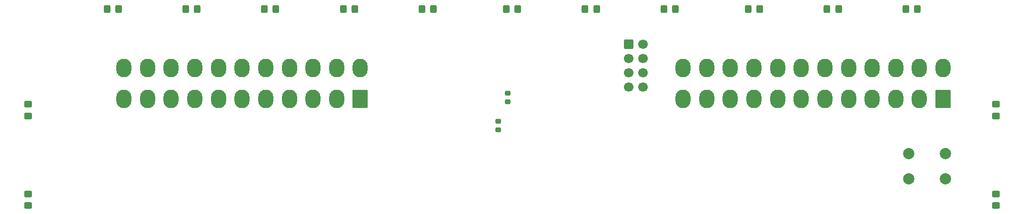
<source format=gbs>
G04 #@! TF.GenerationSoftware,KiCad,Pcbnew,7.0.1*
G04 #@! TF.CreationDate,2023-04-02T15:52:54+01:00*
G04 #@! TF.ProjectId,ecu,6563752e-6b69-4636-9164-5f7063625858,rev?*
G04 #@! TF.SameCoordinates,Original*
G04 #@! TF.FileFunction,Soldermask,Bot*
G04 #@! TF.FilePolarity,Negative*
%FSLAX46Y46*%
G04 Gerber Fmt 4.6, Leading zero omitted, Abs format (unit mm)*
G04 Created by KiCad (PCBNEW 7.0.1) date 2023-04-02 15:52:54*
%MOMM*%
%LPD*%
G01*
G04 APERTURE LIST*
G04 Aperture macros list*
%AMRoundRect*
0 Rectangle with rounded corners*
0 $1 Rounding radius*
0 $2 $3 $4 $5 $6 $7 $8 $9 X,Y pos of 4 corners*
0 Add a 4 corners polygon primitive as box body*
4,1,4,$2,$3,$4,$5,$6,$7,$8,$9,$2,$3,0*
0 Add four circle primitives for the rounded corners*
1,1,$1+$1,$2,$3*
1,1,$1+$1,$4,$5*
1,1,$1+$1,$6,$7*
1,1,$1+$1,$8,$9*
0 Add four rect primitives between the rounded corners*
20,1,$1+$1,$2,$3,$4,$5,0*
20,1,$1+$1,$4,$5,$6,$7,0*
20,1,$1+$1,$6,$7,$8,$9,0*
20,1,$1+$1,$8,$9,$2,$3,0*%
G04 Aperture macros list end*
%ADD10RoundRect,0.225000X0.250000X-0.225000X0.250000X0.225000X-0.250000X0.225000X-0.250000X-0.225000X0*%
%ADD11RoundRect,0.250000X-0.600000X-0.600000X0.600000X-0.600000X0.600000X0.600000X-0.600000X0.600000X0*%
%ADD12C,1.700000*%
%ADD13RoundRect,0.250001X1.099999X1.399999X-1.099999X1.399999X-1.099999X-1.399999X1.099999X-1.399999X0*%
%ADD14O,2.700000X3.300000*%
%ADD15C,2.000000*%
%ADD16RoundRect,0.250000X-0.450000X0.325000X-0.450000X-0.325000X0.450000X-0.325000X0.450000X0.325000X0*%
%ADD17RoundRect,0.250000X0.325000X0.450000X-0.325000X0.450000X-0.325000X-0.450000X0.325000X-0.450000X0*%
G04 APERTURE END LIST*
D10*
G04 #@! TO.C,C29*
X137500000Y-126525000D03*
X137500000Y-124975000D03*
G04 #@! TD*
D11*
G04 #@! TO.C,J3*
X160750000Y-111250000D03*
D12*
X163290000Y-111250000D03*
X160750000Y-113790000D03*
X163290000Y-113790000D03*
X160750000Y-116330000D03*
X163290000Y-116330000D03*
X160750000Y-118870000D03*
X163290000Y-118870000D03*
G04 #@! TD*
D13*
G04 #@! TO.C,J1*
X216600000Y-121000000D03*
D14*
X212400000Y-121000000D03*
X208200000Y-121000000D03*
X204000000Y-121000000D03*
X199800000Y-121000000D03*
X195600000Y-121000000D03*
X191400000Y-121000000D03*
X187200000Y-121000000D03*
X183000000Y-121000000D03*
X178800000Y-121000000D03*
X174600000Y-121000000D03*
X170400000Y-121000000D03*
X216600000Y-115500000D03*
X212400000Y-115500000D03*
X208200000Y-115500000D03*
X204000000Y-115500000D03*
X199800000Y-115500000D03*
X195600000Y-115500000D03*
X191400000Y-115500000D03*
X187200000Y-115500000D03*
X183000000Y-115500000D03*
X178800000Y-115500000D03*
X174600000Y-115500000D03*
X170400000Y-115500000D03*
G04 #@! TD*
D13*
G04 #@! TO.C,J2*
X113000000Y-121000000D03*
D14*
X108800000Y-121000000D03*
X104600000Y-121000000D03*
X100400000Y-121000000D03*
X96200000Y-121000000D03*
X92000000Y-121000000D03*
X87800000Y-121000000D03*
X83600000Y-121000000D03*
X79400000Y-121000000D03*
X75200000Y-121000000D03*
X71000000Y-121000000D03*
X113000000Y-115500000D03*
X108800000Y-115500000D03*
X104600000Y-115500000D03*
X100400000Y-115500000D03*
X96200000Y-115500000D03*
X92000000Y-115500000D03*
X87800000Y-115500000D03*
X83600000Y-115500000D03*
X79400000Y-115500000D03*
X75200000Y-115500000D03*
X71000000Y-115500000D03*
G04 #@! TD*
D15*
G04 #@! TO.C,SW1*
X210500000Y-135250000D03*
X217000000Y-135250000D03*
X210500000Y-130750000D03*
X217000000Y-130750000D03*
G04 #@! TD*
D10*
G04 #@! TO.C,C31*
X139250000Y-121525000D03*
X139250000Y-119975000D03*
G04 #@! TD*
D16*
G04 #@! TO.C,D18*
X226000000Y-137975000D03*
X226000000Y-140025000D03*
G04 #@! TD*
D17*
G04 #@! TO.C,D13*
X155025000Y-105000000D03*
X152975000Y-105000000D03*
G04 #@! TD*
D16*
G04 #@! TO.C,D20*
X54000000Y-121975000D03*
X54000000Y-124025000D03*
G04 #@! TD*
D17*
G04 #@! TO.C,D12*
X141025000Y-105000000D03*
X138975000Y-105000000D03*
G04 #@! TD*
G04 #@! TO.C,D8*
X84025000Y-105000000D03*
X81975000Y-105000000D03*
G04 #@! TD*
G04 #@! TO.C,D9*
X98025000Y-105000000D03*
X95975000Y-105000000D03*
G04 #@! TD*
D16*
G04 #@! TO.C,D19*
X226000000Y-121975000D03*
X226000000Y-124025000D03*
G04 #@! TD*
D17*
G04 #@! TO.C,D11*
X126025000Y-105000000D03*
X123975000Y-105000000D03*
G04 #@! TD*
G04 #@! TO.C,D10*
X112025000Y-105000000D03*
X109975000Y-105000000D03*
G04 #@! TD*
G04 #@! TO.C,D16*
X198025000Y-105000000D03*
X195975000Y-105000000D03*
G04 #@! TD*
D16*
G04 #@! TO.C,D21*
X54000000Y-137975000D03*
X54000000Y-140025000D03*
G04 #@! TD*
D17*
G04 #@! TO.C,D14*
X169025000Y-105000000D03*
X166975000Y-105000000D03*
G04 #@! TD*
G04 #@! TO.C,D17*
X212025000Y-105000000D03*
X209975000Y-105000000D03*
G04 #@! TD*
G04 #@! TO.C,D7*
X70025000Y-105000000D03*
X67975000Y-105000000D03*
G04 #@! TD*
G04 #@! TO.C,D15*
X184025000Y-105000000D03*
X181975000Y-105000000D03*
G04 #@! TD*
M02*

</source>
